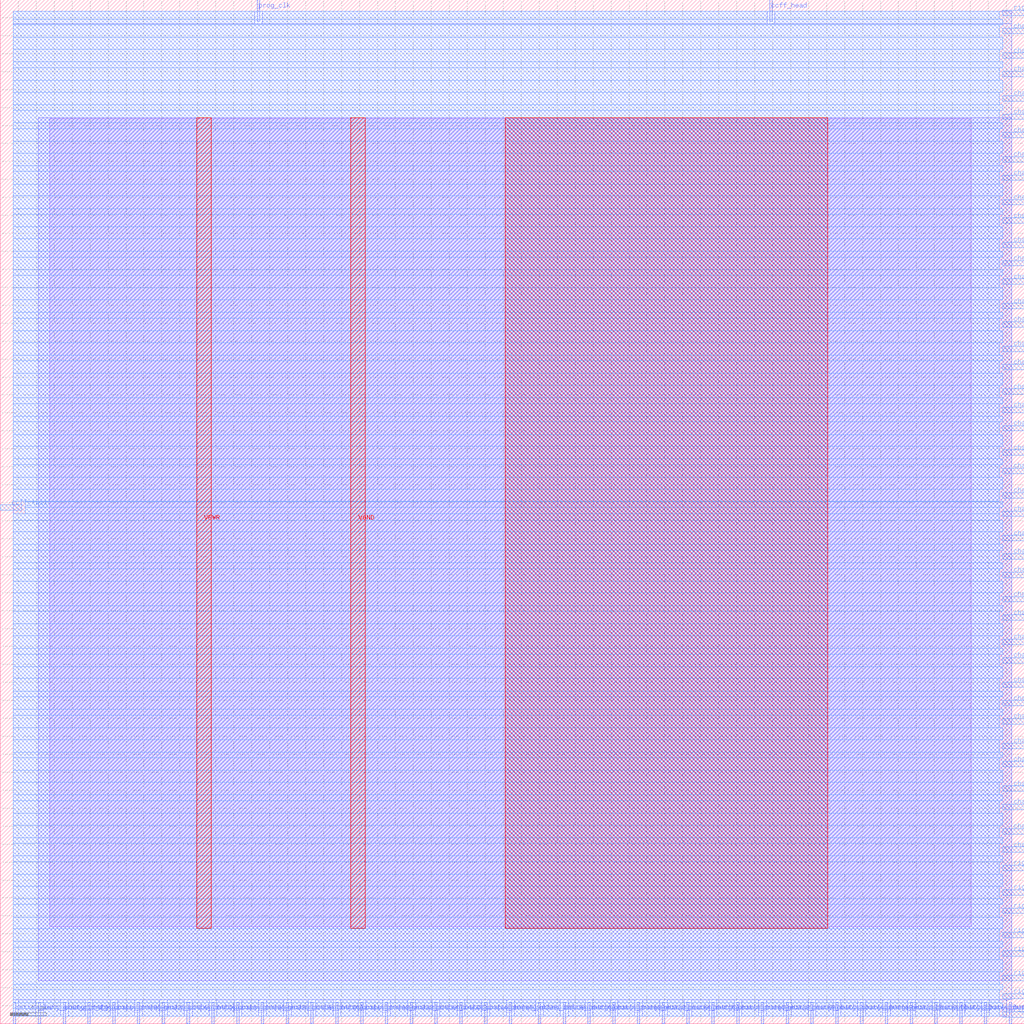
<source format=lef>
VERSION 5.7 ;
  NOWIREEXTENSIONATPIN ON ;
  DIVIDERCHAR "/" ;
  BUSBITCHARS "[]" ;
MACRO sb_0__8_
  CLASS BLOCK ;
  FOREIGN sb_0__8_ ;
  ORIGIN 0.000 0.000 ;
  SIZE 114.000 BY 114.000 ;
  PIN bottom_left_grid_pin_1_
    DIRECTION INPUT ;
    PORT
      LAYER met2 ;
        RECT 1.470 0.000 1.750 2.400 ;
    END
  END bottom_left_grid_pin_1_
  PIN ccff_head
    DIRECTION INPUT ;
    PORT
      LAYER met2 ;
        RECT 85.650 111.600 85.930 114.000 ;
    END
  END ccff_head
  PIN ccff_tail
    DIRECTION OUTPUT TRISTATE ;
    PORT
      LAYER met3 ;
        RECT 0.000 57.160 2.400 57.760 ;
    END
  END ccff_tail
  PIN chanx_right_in[0]
    DIRECTION INPUT ;
    PORT
      LAYER met3 ;
        RECT 111.600 19.080 114.000 19.680 ;
    END
  END chanx_right_in[0]
  PIN chanx_right_in[10]
    DIRECTION INPUT ;
    PORT
      LAYER met3 ;
        RECT 111.600 42.200 114.000 42.800 ;
    END
  END chanx_right_in[10]
  PIN chanx_right_in[11]
    DIRECTION INPUT ;
    PORT
      LAYER met3 ;
        RECT 111.600 44.920 114.000 45.520 ;
    END
  END chanx_right_in[11]
  PIN chanx_right_in[12]
    DIRECTION INPUT ;
    PORT
      LAYER met3 ;
        RECT 111.600 46.960 114.000 47.560 ;
    END
  END chanx_right_in[12]
  PIN chanx_right_in[13]
    DIRECTION INPUT ;
    PORT
      LAYER met3 ;
        RECT 111.600 49.680 114.000 50.280 ;
    END
  END chanx_right_in[13]
  PIN chanx_right_in[14]
    DIRECTION INPUT ;
    PORT
      LAYER met3 ;
        RECT 111.600 51.720 114.000 52.320 ;
    END
  END chanx_right_in[14]
  PIN chanx_right_in[15]
    DIRECTION INPUT ;
    PORT
      LAYER met3 ;
        RECT 111.600 53.760 114.000 54.360 ;
    END
  END chanx_right_in[15]
  PIN chanx_right_in[16]
    DIRECTION INPUT ;
    PORT
      LAYER met3 ;
        RECT 111.600 56.480 114.000 57.080 ;
    END
  END chanx_right_in[16]
  PIN chanx_right_in[17]
    DIRECTION INPUT ;
    PORT
      LAYER met3 ;
        RECT 111.600 58.520 114.000 59.120 ;
    END
  END chanx_right_in[17]
  PIN chanx_right_in[18]
    DIRECTION INPUT ;
    PORT
      LAYER met3 ;
        RECT 111.600 61.240 114.000 61.840 ;
    END
  END chanx_right_in[18]
  PIN chanx_right_in[19]
    DIRECTION INPUT ;
    PORT
      LAYER met3 ;
        RECT 111.600 63.280 114.000 63.880 ;
    END
  END chanx_right_in[19]
  PIN chanx_right_in[1]
    DIRECTION INPUT ;
    PORT
      LAYER met3 ;
        RECT 111.600 21.120 114.000 21.720 ;
    END
  END chanx_right_in[1]
  PIN chanx_right_in[2]
    DIRECTION INPUT ;
    PORT
      LAYER met3 ;
        RECT 111.600 23.840 114.000 24.440 ;
    END
  END chanx_right_in[2]
  PIN chanx_right_in[3]
    DIRECTION INPUT ;
    PORT
      LAYER met3 ;
        RECT 111.600 25.880 114.000 26.480 ;
    END
  END chanx_right_in[3]
  PIN chanx_right_in[4]
    DIRECTION INPUT ;
    PORT
      LAYER met3 ;
        RECT 111.600 28.600 114.000 29.200 ;
    END
  END chanx_right_in[4]
  PIN chanx_right_in[5]
    DIRECTION INPUT ;
    PORT
      LAYER met3 ;
        RECT 111.600 30.640 114.000 31.240 ;
    END
  END chanx_right_in[5]
  PIN chanx_right_in[6]
    DIRECTION INPUT ;
    PORT
      LAYER met3 ;
        RECT 111.600 33.360 114.000 33.960 ;
    END
  END chanx_right_in[6]
  PIN chanx_right_in[7]
    DIRECTION INPUT ;
    PORT
      LAYER met3 ;
        RECT 111.600 35.400 114.000 36.000 ;
    END
  END chanx_right_in[7]
  PIN chanx_right_in[8]
    DIRECTION INPUT ;
    PORT
      LAYER met3 ;
        RECT 111.600 37.440 114.000 38.040 ;
    END
  END chanx_right_in[8]
  PIN chanx_right_in[9]
    DIRECTION INPUT ;
    PORT
      LAYER met3 ;
        RECT 111.600 40.160 114.000 40.760 ;
    END
  END chanx_right_in[9]
  PIN chanx_right_out[0]
    DIRECTION OUTPUT TRISTATE ;
    PORT
      LAYER met3 ;
        RECT 111.600 66.000 114.000 66.600 ;
    END
  END chanx_right_out[0]
  PIN chanx_right_out[10]
    DIRECTION OUTPUT TRISTATE ;
    PORT
      LAYER met3 ;
        RECT 111.600 89.120 114.000 89.720 ;
    END
  END chanx_right_out[10]
  PIN chanx_right_out[11]
    DIRECTION OUTPUT TRISTATE ;
    PORT
      LAYER met3 ;
        RECT 111.600 91.160 114.000 91.760 ;
    END
  END chanx_right_out[11]
  PIN chanx_right_out[12]
    DIRECTION OUTPUT TRISTATE ;
    PORT
      LAYER met3 ;
        RECT 111.600 93.880 114.000 94.480 ;
    END
  END chanx_right_out[12]
  PIN chanx_right_out[13]
    DIRECTION OUTPUT TRISTATE ;
    PORT
      LAYER met3 ;
        RECT 111.600 95.920 114.000 96.520 ;
    END
  END chanx_right_out[13]
  PIN chanx_right_out[14]
    DIRECTION OUTPUT TRISTATE ;
    PORT
      LAYER met3 ;
        RECT 111.600 98.640 114.000 99.240 ;
    END
  END chanx_right_out[14]
  PIN chanx_right_out[15]
    DIRECTION OUTPUT TRISTATE ;
    PORT
      LAYER met3 ;
        RECT 111.600 100.680 114.000 101.280 ;
    END
  END chanx_right_out[15]
  PIN chanx_right_out[16]
    DIRECTION OUTPUT TRISTATE ;
    PORT
      LAYER met3 ;
        RECT 111.600 102.720 114.000 103.320 ;
    END
  END chanx_right_out[16]
  PIN chanx_right_out[17]
    DIRECTION OUTPUT TRISTATE ;
    PORT
      LAYER met3 ;
        RECT 111.600 105.440 114.000 106.040 ;
    END
  END chanx_right_out[17]
  PIN chanx_right_out[18]
    DIRECTION OUTPUT TRISTATE ;
    PORT
      LAYER met3 ;
        RECT 111.600 107.480 114.000 108.080 ;
    END
  END chanx_right_out[18]
  PIN chanx_right_out[19]
    DIRECTION OUTPUT TRISTATE ;
    PORT
      LAYER met3 ;
        RECT 111.600 110.200 114.000 110.800 ;
    END
  END chanx_right_out[19]
  PIN chanx_right_out[1]
    DIRECTION OUTPUT TRISTATE ;
    PORT
      LAYER met3 ;
        RECT 111.600 68.040 114.000 68.640 ;
    END
  END chanx_right_out[1]
  PIN chanx_right_out[2]
    DIRECTION OUTPUT TRISTATE ;
    PORT
      LAYER met3 ;
        RECT 111.600 70.080 114.000 70.680 ;
    END
  END chanx_right_out[2]
  PIN chanx_right_out[3]
    DIRECTION OUTPUT TRISTATE ;
    PORT
      LAYER met3 ;
        RECT 111.600 72.800 114.000 73.400 ;
    END
  END chanx_right_out[3]
  PIN chanx_right_out[4]
    DIRECTION OUTPUT TRISTATE ;
    PORT
      LAYER met3 ;
        RECT 111.600 74.840 114.000 75.440 ;
    END
  END chanx_right_out[4]
  PIN chanx_right_out[5]
    DIRECTION OUTPUT TRISTATE ;
    PORT
      LAYER met3 ;
        RECT 111.600 77.560 114.000 78.160 ;
    END
  END chanx_right_out[5]
  PIN chanx_right_out[6]
    DIRECTION OUTPUT TRISTATE ;
    PORT
      LAYER met3 ;
        RECT 111.600 79.600 114.000 80.200 ;
    END
  END chanx_right_out[6]
  PIN chanx_right_out[7]
    DIRECTION OUTPUT TRISTATE ;
    PORT
      LAYER met3 ;
        RECT 111.600 82.320 114.000 82.920 ;
    END
  END chanx_right_out[7]
  PIN chanx_right_out[8]
    DIRECTION OUTPUT TRISTATE ;
    PORT
      LAYER met3 ;
        RECT 111.600 84.360 114.000 84.960 ;
    END
  END chanx_right_out[8]
  PIN chanx_right_out[9]
    DIRECTION OUTPUT TRISTATE ;
    PORT
      LAYER met3 ;
        RECT 111.600 86.400 114.000 87.000 ;
    END
  END chanx_right_out[9]
  PIN chany_bottom_in[0]
    DIRECTION INPUT ;
    PORT
      LAYER met2 ;
        RECT 4.230 0.000 4.510 2.400 ;
    END
  END chany_bottom_in[0]
  PIN chany_bottom_in[10]
    DIRECTION INPUT ;
    PORT
      LAYER met2 ;
        RECT 31.830 0.000 32.110 2.400 ;
    END
  END chany_bottom_in[10]
  PIN chany_bottom_in[11]
    DIRECTION INPUT ;
    PORT
      LAYER met2 ;
        RECT 34.590 0.000 34.870 2.400 ;
    END
  END chany_bottom_in[11]
  PIN chany_bottom_in[12]
    DIRECTION INPUT ;
    PORT
      LAYER met2 ;
        RECT 37.350 0.000 37.630 2.400 ;
    END
  END chany_bottom_in[12]
  PIN chany_bottom_in[13]
    DIRECTION INPUT ;
    PORT
      LAYER met2 ;
        RECT 40.110 0.000 40.390 2.400 ;
    END
  END chany_bottom_in[13]
  PIN chany_bottom_in[14]
    DIRECTION INPUT ;
    PORT
      LAYER met2 ;
        RECT 42.870 0.000 43.150 2.400 ;
    END
  END chany_bottom_in[14]
  PIN chany_bottom_in[15]
    DIRECTION INPUT ;
    PORT
      LAYER met2 ;
        RECT 45.630 0.000 45.910 2.400 ;
    END
  END chany_bottom_in[15]
  PIN chany_bottom_in[16]
    DIRECTION INPUT ;
    PORT
      LAYER met2 ;
        RECT 48.390 0.000 48.670 2.400 ;
    END
  END chany_bottom_in[16]
  PIN chany_bottom_in[17]
    DIRECTION INPUT ;
    PORT
      LAYER met2 ;
        RECT 51.150 0.000 51.430 2.400 ;
    END
  END chany_bottom_in[17]
  PIN chany_bottom_in[18]
    DIRECTION INPUT ;
    PORT
      LAYER met2 ;
        RECT 53.910 0.000 54.190 2.400 ;
    END
  END chany_bottom_in[18]
  PIN chany_bottom_in[19]
    DIRECTION INPUT ;
    PORT
      LAYER met2 ;
        RECT 56.670 0.000 56.950 2.400 ;
    END
  END chany_bottom_in[19]
  PIN chany_bottom_in[1]
    DIRECTION INPUT ;
    PORT
      LAYER met2 ;
        RECT 6.990 0.000 7.270 2.400 ;
    END
  END chany_bottom_in[1]
  PIN chany_bottom_in[2]
    DIRECTION INPUT ;
    PORT
      LAYER met2 ;
        RECT 9.750 0.000 10.030 2.400 ;
    END
  END chany_bottom_in[2]
  PIN chany_bottom_in[3]
    DIRECTION INPUT ;
    PORT
      LAYER met2 ;
        RECT 12.510 0.000 12.790 2.400 ;
    END
  END chany_bottom_in[3]
  PIN chany_bottom_in[4]
    DIRECTION INPUT ;
    PORT
      LAYER met2 ;
        RECT 15.270 0.000 15.550 2.400 ;
    END
  END chany_bottom_in[4]
  PIN chany_bottom_in[5]
    DIRECTION INPUT ;
    PORT
      LAYER met2 ;
        RECT 18.030 0.000 18.310 2.400 ;
    END
  END chany_bottom_in[5]
  PIN chany_bottom_in[6]
    DIRECTION INPUT ;
    PORT
      LAYER met2 ;
        RECT 20.790 0.000 21.070 2.400 ;
    END
  END chany_bottom_in[6]
  PIN chany_bottom_in[7]
    DIRECTION INPUT ;
    PORT
      LAYER met2 ;
        RECT 23.550 0.000 23.830 2.400 ;
    END
  END chany_bottom_in[7]
  PIN chany_bottom_in[8]
    DIRECTION INPUT ;
    PORT
      LAYER met2 ;
        RECT 26.310 0.000 26.590 2.400 ;
    END
  END chany_bottom_in[8]
  PIN chany_bottom_in[9]
    DIRECTION INPUT ;
    PORT
      LAYER met2 ;
        RECT 29.070 0.000 29.350 2.400 ;
    END
  END chany_bottom_in[9]
  PIN chany_bottom_out[0]
    DIRECTION OUTPUT TRISTATE ;
    PORT
      LAYER met2 ;
        RECT 59.890 0.000 60.170 2.400 ;
    END
  END chany_bottom_out[0]
  PIN chany_bottom_out[10]
    DIRECTION OUTPUT TRISTATE ;
    PORT
      LAYER met2 ;
        RECT 87.490 0.000 87.770 2.400 ;
    END
  END chany_bottom_out[10]
  PIN chany_bottom_out[11]
    DIRECTION OUTPUT TRISTATE ;
    PORT
      LAYER met2 ;
        RECT 90.250 0.000 90.530 2.400 ;
    END
  END chany_bottom_out[11]
  PIN chany_bottom_out[12]
    DIRECTION OUTPUT TRISTATE ;
    PORT
      LAYER met2 ;
        RECT 93.010 0.000 93.290 2.400 ;
    END
  END chany_bottom_out[12]
  PIN chany_bottom_out[13]
    DIRECTION OUTPUT TRISTATE ;
    PORT
      LAYER met2 ;
        RECT 95.770 0.000 96.050 2.400 ;
    END
  END chany_bottom_out[13]
  PIN chany_bottom_out[14]
    DIRECTION OUTPUT TRISTATE ;
    PORT
      LAYER met2 ;
        RECT 98.530 0.000 98.810 2.400 ;
    END
  END chany_bottom_out[14]
  PIN chany_bottom_out[15]
    DIRECTION OUTPUT TRISTATE ;
    PORT
      LAYER met2 ;
        RECT 101.290 0.000 101.570 2.400 ;
    END
  END chany_bottom_out[15]
  PIN chany_bottom_out[16]
    DIRECTION OUTPUT TRISTATE ;
    PORT
      LAYER met2 ;
        RECT 104.050 0.000 104.330 2.400 ;
    END
  END chany_bottom_out[16]
  PIN chany_bottom_out[17]
    DIRECTION OUTPUT TRISTATE ;
    PORT
      LAYER met2 ;
        RECT 106.810 0.000 107.090 2.400 ;
    END
  END chany_bottom_out[17]
  PIN chany_bottom_out[18]
    DIRECTION OUTPUT TRISTATE ;
    PORT
      LAYER met2 ;
        RECT 109.570 0.000 109.850 2.400 ;
    END
  END chany_bottom_out[18]
  PIN chany_bottom_out[19]
    DIRECTION OUTPUT TRISTATE ;
    PORT
      LAYER met2 ;
        RECT 112.330 0.000 112.610 2.400 ;
    END
  END chany_bottom_out[19]
  PIN chany_bottom_out[1]
    DIRECTION OUTPUT TRISTATE ;
    PORT
      LAYER met2 ;
        RECT 62.650 0.000 62.930 2.400 ;
    END
  END chany_bottom_out[1]
  PIN chany_bottom_out[2]
    DIRECTION OUTPUT TRISTATE ;
    PORT
      LAYER met2 ;
        RECT 65.410 0.000 65.690 2.400 ;
    END
  END chany_bottom_out[2]
  PIN chany_bottom_out[3]
    DIRECTION OUTPUT TRISTATE ;
    PORT
      LAYER met2 ;
        RECT 68.170 0.000 68.450 2.400 ;
    END
  END chany_bottom_out[3]
  PIN chany_bottom_out[4]
    DIRECTION OUTPUT TRISTATE ;
    PORT
      LAYER met2 ;
        RECT 70.930 0.000 71.210 2.400 ;
    END
  END chany_bottom_out[4]
  PIN chany_bottom_out[5]
    DIRECTION OUTPUT TRISTATE ;
    PORT
      LAYER met2 ;
        RECT 73.690 0.000 73.970 2.400 ;
    END
  END chany_bottom_out[5]
  PIN chany_bottom_out[6]
    DIRECTION OUTPUT TRISTATE ;
    PORT
      LAYER met2 ;
        RECT 76.450 0.000 76.730 2.400 ;
    END
  END chany_bottom_out[6]
  PIN chany_bottom_out[7]
    DIRECTION OUTPUT TRISTATE ;
    PORT
      LAYER met2 ;
        RECT 79.210 0.000 79.490 2.400 ;
    END
  END chany_bottom_out[7]
  PIN chany_bottom_out[8]
    DIRECTION OUTPUT TRISTATE ;
    PORT
      LAYER met2 ;
        RECT 81.970 0.000 82.250 2.400 ;
    END
  END chany_bottom_out[8]
  PIN chany_bottom_out[9]
    DIRECTION OUTPUT TRISTATE ;
    PORT
      LAYER met2 ;
        RECT 84.730 0.000 85.010 2.400 ;
    END
  END chany_bottom_out[9]
  PIN prog_clk
    DIRECTION INPUT ;
    PORT
      LAYER met2 ;
        RECT 28.610 111.600 28.890 114.000 ;
    END
  END prog_clk
  PIN right_bottom_grid_pin_34_
    DIRECTION INPUT ;
    PORT
      LAYER met3 ;
        RECT 111.600 0.720 114.000 1.320 ;
    END
  END right_bottom_grid_pin_34_
  PIN right_bottom_grid_pin_35_
    DIRECTION INPUT ;
    PORT
      LAYER met3 ;
        RECT 111.600 2.760 114.000 3.360 ;
    END
  END right_bottom_grid_pin_35_
  PIN right_bottom_grid_pin_36_
    DIRECTION INPUT ;
    PORT
      LAYER met3 ;
        RECT 111.600 4.800 114.000 5.400 ;
    END
  END right_bottom_grid_pin_36_
  PIN right_bottom_grid_pin_37_
    DIRECTION INPUT ;
    PORT
      LAYER met3 ;
        RECT 111.600 7.520 114.000 8.120 ;
    END
  END right_bottom_grid_pin_37_
  PIN right_bottom_grid_pin_38_
    DIRECTION INPUT ;
    PORT
      LAYER met3 ;
        RECT 111.600 9.560 114.000 10.160 ;
    END
  END right_bottom_grid_pin_38_
  PIN right_bottom_grid_pin_39_
    DIRECTION INPUT ;
    PORT
      LAYER met3 ;
        RECT 111.600 12.280 114.000 12.880 ;
    END
  END right_bottom_grid_pin_39_
  PIN right_bottom_grid_pin_40_
    DIRECTION INPUT ;
    PORT
      LAYER met3 ;
        RECT 111.600 14.320 114.000 14.920 ;
    END
  END right_bottom_grid_pin_40_
  PIN right_bottom_grid_pin_41_
    DIRECTION INPUT ;
    PORT
      LAYER met3 ;
        RECT 111.600 17.040 114.000 17.640 ;
    END
  END right_bottom_grid_pin_41_
  PIN right_top_grid_pin_1_
    DIRECTION INPUT ;
    PORT
      LAYER met3 ;
        RECT 111.600 112.240 114.000 112.840 ;
    END
  END right_top_grid_pin_1_
  PIN VPWR
    DIRECTION INPUT ;
    USE POWER ;
    PORT
      LAYER met4 ;
        RECT 21.880 10.640 23.480 100.880 ;
    END
  END VPWR
  PIN VGND
    DIRECTION INPUT ;
    USE GROUND ;
    PORT
      LAYER met4 ;
        RECT 39.040 10.640 40.640 100.880 ;
    END
  END VGND
  OBS
      LAYER li1 ;
        RECT 5.520 10.795 108.100 100.725 ;
      LAYER met1 ;
        RECT 4.210 4.800 112.630 100.880 ;
      LAYER met2 ;
        RECT 1.470 111.320 28.330 112.725 ;
        RECT 29.170 111.320 85.370 112.725 ;
        RECT 86.210 111.320 112.600 112.725 ;
        RECT 1.470 2.680 112.600 111.320 ;
        RECT 2.030 0.835 3.950 2.680 ;
        RECT 4.790 0.835 6.710 2.680 ;
        RECT 7.550 0.835 9.470 2.680 ;
        RECT 10.310 0.835 12.230 2.680 ;
        RECT 13.070 0.835 14.990 2.680 ;
        RECT 15.830 0.835 17.750 2.680 ;
        RECT 18.590 0.835 20.510 2.680 ;
        RECT 21.350 0.835 23.270 2.680 ;
        RECT 24.110 0.835 26.030 2.680 ;
        RECT 26.870 0.835 28.790 2.680 ;
        RECT 29.630 0.835 31.550 2.680 ;
        RECT 32.390 0.835 34.310 2.680 ;
        RECT 35.150 0.835 37.070 2.680 ;
        RECT 37.910 0.835 39.830 2.680 ;
        RECT 40.670 0.835 42.590 2.680 ;
        RECT 43.430 0.835 45.350 2.680 ;
        RECT 46.190 0.835 48.110 2.680 ;
        RECT 48.950 0.835 50.870 2.680 ;
        RECT 51.710 0.835 53.630 2.680 ;
        RECT 54.470 0.835 56.390 2.680 ;
        RECT 57.230 0.835 59.610 2.680 ;
        RECT 60.450 0.835 62.370 2.680 ;
        RECT 63.210 0.835 65.130 2.680 ;
        RECT 65.970 0.835 67.890 2.680 ;
        RECT 68.730 0.835 70.650 2.680 ;
        RECT 71.490 0.835 73.410 2.680 ;
        RECT 74.250 0.835 76.170 2.680 ;
        RECT 77.010 0.835 78.930 2.680 ;
        RECT 79.770 0.835 81.690 2.680 ;
        RECT 82.530 0.835 84.450 2.680 ;
        RECT 85.290 0.835 87.210 2.680 ;
        RECT 88.050 0.835 89.970 2.680 ;
        RECT 90.810 0.835 92.730 2.680 ;
        RECT 93.570 0.835 95.490 2.680 ;
        RECT 96.330 0.835 98.250 2.680 ;
        RECT 99.090 0.835 101.010 2.680 ;
        RECT 101.850 0.835 103.770 2.680 ;
        RECT 104.610 0.835 106.530 2.680 ;
        RECT 107.370 0.835 109.290 2.680 ;
        RECT 110.130 0.835 112.050 2.680 ;
      LAYER met3 ;
        RECT 1.445 111.840 111.200 112.705 ;
        RECT 1.445 111.200 111.600 111.840 ;
        RECT 1.445 109.800 111.200 111.200 ;
        RECT 1.445 108.480 111.600 109.800 ;
        RECT 1.445 107.080 111.200 108.480 ;
        RECT 1.445 106.440 111.600 107.080 ;
        RECT 1.445 105.040 111.200 106.440 ;
        RECT 1.445 103.720 111.600 105.040 ;
        RECT 1.445 102.320 111.200 103.720 ;
        RECT 1.445 101.680 111.600 102.320 ;
        RECT 1.445 100.280 111.200 101.680 ;
        RECT 1.445 99.640 111.600 100.280 ;
        RECT 1.445 98.240 111.200 99.640 ;
        RECT 1.445 96.920 111.600 98.240 ;
        RECT 1.445 95.520 111.200 96.920 ;
        RECT 1.445 94.880 111.600 95.520 ;
        RECT 1.445 93.480 111.200 94.880 ;
        RECT 1.445 92.160 111.600 93.480 ;
        RECT 1.445 90.760 111.200 92.160 ;
        RECT 1.445 90.120 111.600 90.760 ;
        RECT 1.445 88.720 111.200 90.120 ;
        RECT 1.445 87.400 111.600 88.720 ;
        RECT 1.445 86.000 111.200 87.400 ;
        RECT 1.445 85.360 111.600 86.000 ;
        RECT 1.445 83.960 111.200 85.360 ;
        RECT 1.445 83.320 111.600 83.960 ;
        RECT 1.445 81.920 111.200 83.320 ;
        RECT 1.445 80.600 111.600 81.920 ;
        RECT 1.445 79.200 111.200 80.600 ;
        RECT 1.445 78.560 111.600 79.200 ;
        RECT 1.445 77.160 111.200 78.560 ;
        RECT 1.445 75.840 111.600 77.160 ;
        RECT 1.445 74.440 111.200 75.840 ;
        RECT 1.445 73.800 111.600 74.440 ;
        RECT 1.445 72.400 111.200 73.800 ;
        RECT 1.445 71.080 111.600 72.400 ;
        RECT 1.445 69.680 111.200 71.080 ;
        RECT 1.445 69.040 111.600 69.680 ;
        RECT 1.445 67.640 111.200 69.040 ;
        RECT 1.445 67.000 111.600 67.640 ;
        RECT 1.445 65.600 111.200 67.000 ;
        RECT 1.445 64.280 111.600 65.600 ;
        RECT 1.445 62.880 111.200 64.280 ;
        RECT 1.445 62.240 111.600 62.880 ;
        RECT 1.445 60.840 111.200 62.240 ;
        RECT 1.445 59.520 111.600 60.840 ;
        RECT 1.445 58.160 111.200 59.520 ;
        RECT 2.800 58.120 111.200 58.160 ;
        RECT 2.800 57.480 111.600 58.120 ;
        RECT 2.800 56.760 111.200 57.480 ;
        RECT 1.445 56.080 111.200 56.760 ;
        RECT 1.445 54.760 111.600 56.080 ;
        RECT 1.445 53.360 111.200 54.760 ;
        RECT 1.445 52.720 111.600 53.360 ;
        RECT 1.445 51.320 111.200 52.720 ;
        RECT 1.445 50.680 111.600 51.320 ;
        RECT 1.445 49.280 111.200 50.680 ;
        RECT 1.445 47.960 111.600 49.280 ;
        RECT 1.445 46.560 111.200 47.960 ;
        RECT 1.445 45.920 111.600 46.560 ;
        RECT 1.445 44.520 111.200 45.920 ;
        RECT 1.445 43.200 111.600 44.520 ;
        RECT 1.445 41.800 111.200 43.200 ;
        RECT 1.445 41.160 111.600 41.800 ;
        RECT 1.445 39.760 111.200 41.160 ;
        RECT 1.445 38.440 111.600 39.760 ;
        RECT 1.445 37.040 111.200 38.440 ;
        RECT 1.445 36.400 111.600 37.040 ;
        RECT 1.445 35.000 111.200 36.400 ;
        RECT 1.445 34.360 111.600 35.000 ;
        RECT 1.445 32.960 111.200 34.360 ;
        RECT 1.445 31.640 111.600 32.960 ;
        RECT 1.445 30.240 111.200 31.640 ;
        RECT 1.445 29.600 111.600 30.240 ;
        RECT 1.445 28.200 111.200 29.600 ;
        RECT 1.445 26.880 111.600 28.200 ;
        RECT 1.445 25.480 111.200 26.880 ;
        RECT 1.445 24.840 111.600 25.480 ;
        RECT 1.445 23.440 111.200 24.840 ;
        RECT 1.445 22.120 111.600 23.440 ;
        RECT 1.445 20.720 111.200 22.120 ;
        RECT 1.445 20.080 111.600 20.720 ;
        RECT 1.445 18.680 111.200 20.080 ;
        RECT 1.445 18.040 111.600 18.680 ;
        RECT 1.445 16.640 111.200 18.040 ;
        RECT 1.445 15.320 111.600 16.640 ;
        RECT 1.445 13.920 111.200 15.320 ;
        RECT 1.445 13.280 111.600 13.920 ;
        RECT 1.445 11.880 111.200 13.280 ;
        RECT 1.445 10.560 111.600 11.880 ;
        RECT 1.445 9.160 111.200 10.560 ;
        RECT 1.445 8.520 111.600 9.160 ;
        RECT 1.445 7.120 111.200 8.520 ;
        RECT 1.445 5.800 111.600 7.120 ;
        RECT 1.445 4.400 111.200 5.800 ;
        RECT 1.445 3.760 111.600 4.400 ;
        RECT 1.445 2.360 111.200 3.760 ;
        RECT 1.445 1.720 111.600 2.360 ;
        RECT 1.445 0.855 111.200 1.720 ;
      LAYER met4 ;
        RECT 56.200 10.640 92.120 100.880 ;
  END
END sb_0__8_
END LIBRARY


</source>
